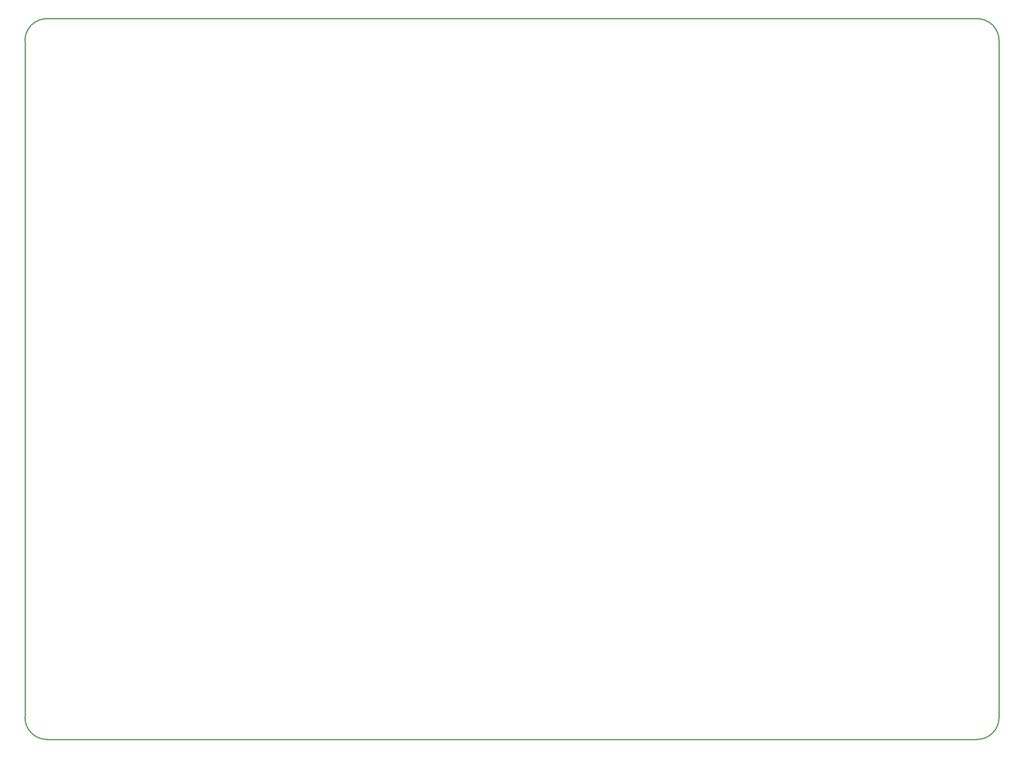
<source format=gm1>
G04*
G04 #@! TF.GenerationSoftware,Altium Limited,Altium Designer,22.3.1 (43)*
G04*
G04 Layer_Color=16711935*
%FSLAX25Y25*%
%MOIN*%
G70*
G04*
G04 #@! TF.SameCoordinates,28AED8AE-6D8B-4080-ADD8-9E34605278D5*
G04*
G04*
G04 #@! TF.FilePolarity,Positive*
G04*
G01*
G75*
%ADD10C,0.01000*%
D10*
X873330Y-0D02*
G03*
X893600Y20113I78J20192D01*
G01*
X-0Y20270D02*
G03*
X20113Y-0I20192J-78D01*
G01*
X20270Y661800D02*
G03*
X-0Y641687I-78J-20192D01*
G01*
X893600Y641530D02*
G03*
X873487Y661800I-20192J78D01*
G01*
X19859Y0D02*
X873246Y0D01*
X0Y20481D02*
Y641400D01*
X20400Y661800D02*
X873800D01*
X893600Y20100D02*
Y642000D01*
M02*

</source>
